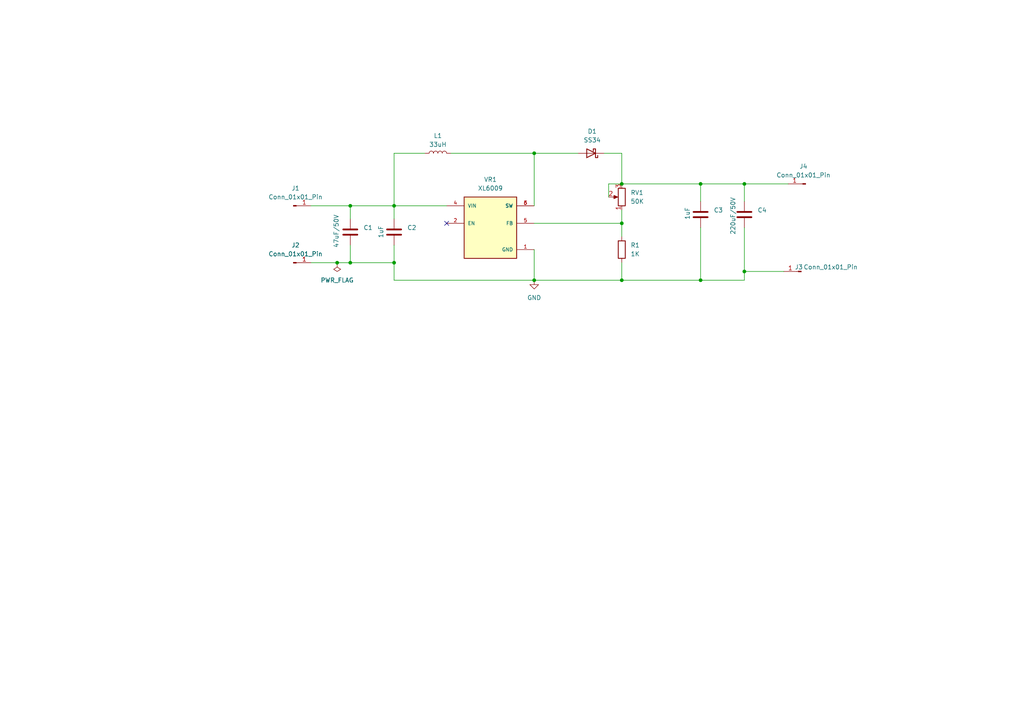
<source format=kicad_sch>
(kicad_sch (version 20250114) (generator "eeschema") (generator_version "9.0")
  (paper "A4")
  (lib_symbols
    (symbol "Connector:Conn_01x01_Pin" (pin_names (offset 1.016) (hide yes))
      (property "Reference" "J" (at 0 2.54 0))
      (property "Value" "Conn_01x01_Pin" (at 0 -2.54 0))
      (symbol "Conn_01x01_Pin_1_1"
        (rectangle (start 0.8636 0.127) (end 0 -0.127) (stroke (width 0.1524)) (fill (type outline)))
        (polyline (pts (xy 1.27 0) (xy 0.8636 0)) (stroke (width 0.1524)))
        (pin passive line (at 5.08 0 180) (length 3.81) (name "Pin_1") (number "1"))
      )
    )
    (symbol "Device:C" (pin_numbers (hide yes)) (pin_names (offset 0.254))
      (property "Reference" "C" (at 0.635 2.54 0))
      (property "Value" "C" (at 0.635 -2.54 0))
      (symbol "C_0_1"
        (polyline (pts (xy -2.032 0.762) (xy 2.032 0.762)) (stroke (width 0.508)))
        (polyline (pts (xy -2.032 -0.762) (xy 2.032 -0.762)) (stroke (width 0.508)))
      )
      (symbol "C_1_1"
        (pin passive line (at 0 3.81 270) (length 2.794) (name "~") (number "1"))
        (pin passive line (at 0 -3.81 90) (length 2.794) (name "~") (number "2"))
      )
    )
    (symbol "Device:L" (pin_numbers (hide yes)) (pin_names (offset 1.016) (hide yes))
      (property "Reference" "L" (at -1.27 0 90))
      (property "Value" "L" (at 1.905 0 90))
      (symbol "L_0_1"
        (arc (start 0 2.54) (mid 0.6323 1.905) (end 0 1.27))
        (arc (start 0 1.27) (mid 0.6323 0.635) (end 0 0))
        (arc (start 0 0) (mid 0.6323 -0.635) (end 0 -1.27))
        (arc (start 0 -1.27) (mid 0.6323 -1.905) (end 0 -2.54))
      )
      (symbol "L_1_1"
        (pin passive line (at 0 3.81 270) (length 1.27) (name "1") (number "1"))
        (pin passive line (at 0 -3.81 90) (length 1.27) (name "2") (number "2"))
      )
    )
    (symbol "Device:R" (pin_numbers (hide yes)) (pin_names (offset 0))
      (property "Reference" "R" (at 2.032 0 90))
      (property "Value" "R" (at 0 0 90))
      (symbol "R_0_1"
        (rectangle (start -1.016 -2.54) (end 1.016 2.54) (stroke (width 0.254)))
      )
      (symbol "R_1_1"
        (pin passive line (at 0 3.81 270) (length 1.27) (name "~") (number "1"))
        (pin passive line (at 0 -3.81 90) (length 1.27) (name "~") (number "2"))
      )
    )
    (symbol "Device:R_Potentiometer" (pin_names (offset 1.016) (hide yes))
      (property "Reference" "RV" (at -4.445 0 90))
      (property "Value" "R_Potentiometer" (at -2.54 0 90))
      (symbol "R_Potentiometer_0_1"
        (rectangle (start 1.016 2.54) (end -1.016 -2.54) (stroke (width 0.254)))
        (polyline (pts (xy 1.143 0) (xy 2.286 0.508) (xy 2.286 -0.508) (xy 1.143 0)) (fill (type outline)))
        (polyline (pts (xy 2.54 0) (xy 1.524 0)))
      )
      (symbol "R_Potentiometer_1_1"
        (pin passive line (at 0 3.81 270) (length 1.27) (name "1") (number "1"))
        (pin passive line (at 0 -3.81 90) (length 1.27) (name "3") (number "3"))
        (pin passive line (at 3.81 0 180) (length 1.27) (name "2") (number "2"))
      )
    )
    (symbol "Diode:SS34" (pin_numbers (hide yes)) (pin_names (offset 1.016) (hide yes))
      (property "Reference" "D" (at 0 2.54 0))
      (property "Value" "SS34" (at 0 -2.54 0))
      (symbol "SS34_0_1"
        (polyline (pts (xy -1.905 0.635) (xy -1.905 1.27) (xy -1.27 1.27) (xy -1.27 -1.27) (xy -0.635 -1.27) (xy -0.635 -0.635)) (stroke (width 0.254)))
        (polyline (pts (xy 1.27 1.27) (xy 1.27 -1.27) (xy -1.27 0) (xy 1.27 1.27)) (stroke (width 0.254)))
        (polyline (pts (xy 1.27 0) (xy -1.27 0)))
      )
      (symbol "SS34_1_1"
        (pin passive line (at -3.81 0 0) (length 2.54) (name "K") (number "1"))
        (pin passive line (at 3.81 0 180) (length 2.54) (name "A") (number "2"))
      )
    )
    (symbol "XL6009:XL6009" (pin_names (offset 1.016))
      (property "Reference" "VR" (at -7.62 8.89 0))
      (property "Value" "XL6009" (at -7.62 -11.43 0))
      (symbol "XL6009_0_0"
        (rectangle (start -7.62 -10.16) (end 7.62 7.62) (stroke (width 0.254)) (fill (type background)))
        (pin input line (at -12.7 5.08 0) (length 5.08) (name "VIN") (number "4"))
        (pin input line (at -12.7 0 0) (length 5.08) (name "EN") (number "2"))
        (pin output line (at 12.7 5.08 180) (length 5.08) (name "SW") (number "3"))
        (pin output line (at 12.7 5.08 180) (length 5.08) (name "SW") (number "6"))
        (pin input line (at 12.7 0 180) (length 5.08) (name "FB") (number "5"))
        (pin power_in line (at 12.7 -7.62 180) (length 5.08) (name "GND") (number "1"))
      )
    )
    (symbol "power:GND" (power) (pin_numbers (hide yes)) (pin_names (offset 0) (hide yes))
      (property "Value" "GND" (at 0 -3.81 0))
      (symbol "GND_0_1"
        (polyline (pts (xy 0 0) (xy 0 -1.27) (xy 1.27 -1.27) (xy 0 -2.54) (xy -1.27 -1.27) (xy 0 -1.27)))
      )
      (symbol "GND_1_1"
        (pin power_in line (at 0 0 270) (length 0) (name "~") (number "1"))
      )
    )
    (symbol "power:PWR_FLAG" (power) (pin_numbers (hide yes)) (pin_names (offset 0) (hide yes))
      (property "Value" "PWR_FLAG" (at 0 3.81 0))
      (symbol "PWR_FLAG_0_0"
        (pin power_out line (at 0 0 90) (length 0) (name "~") (number "1"))
      )
      (symbol "PWR_FLAG_0_1"
        (polyline (pts (xy 0 0) (xy 0 1.27) (xy -1.016 1.905) (xy 0 2.54) (xy 1.016 1.905) (xy 0 1.27)))
      )
    )
  )
  (junction (at 154.94 81.28))
  (junction (at 180.34 53.34))
  (junction (at 203.2 81.28))
  (junction (at 114.3 76.2))
  (junction (at 180.34 81.28))
  (junction (at 215.9 78.74))
  (junction (at 154.94 44.45))
  (junction (at 203.2 53.34))
  (junction (at 180.34 64.77))
  (junction (at 101.6 59.69))
  (junction (at 101.6 76.2))
  (junction (at 215.9 53.34))
  (junction (at 114.3 59.69))
  (junction (at 97.79 76.2))
  (no_connect (at 129.54 64.77))
  (wire (pts (xy 180.34 81.28) (xy 154.94 81.28)))
  (wire (pts (xy 176.53 53.34) (xy 176.53 57.15)))
  (wire (pts (xy 215.9 53.34) (xy 203.2 53.34)))
  (wire (pts (xy 97.79 76.2) (xy 90.17 76.2)))
  (wire (pts (xy 114.3 76.2) (xy 101.6 76.2)))
  (wire (pts (xy 203.2 53.34) (xy 180.34 53.34)))
  (wire (pts (xy 101.6 59.69) (xy 90.17 59.69)))
  (wire (pts (xy 154.94 44.45) (xy 154.94 59.69)))
  (wire (pts (xy 228.6 53.34) (xy 215.9 53.34)))
  (wire (pts (xy 114.3 71.12) (xy 114.3 76.2)))
  (wire (pts (xy 167.64 44.45) (xy 154.94 44.45)))
  (wire (pts (xy 203.2 81.28) (xy 215.9 81.28)))
  (wire (pts (xy 114.3 76.2) (xy 114.3 81.28)))
  (wire (pts (xy 130.81 44.45) (xy 154.94 44.45)))
  (wire (pts (xy 203.2 66.04) (xy 203.2 81.28)))
  (wire (pts (xy 129.54 59.69) (xy 114.3 59.69)))
  (wire (pts (xy 175.26 44.45) (xy 180.34 44.45)))
  (wire (pts (xy 180.34 76.2) (xy 180.34 81.28)))
  (wire (pts (xy 114.3 44.45) (xy 114.3 59.69)))
  (wire (pts (xy 215.9 58.42) (xy 215.9 53.34)))
  (wire (pts (xy 101.6 76.2) (xy 97.79 76.2)))
  (wire (pts (xy 101.6 63.5) (xy 101.6 59.69)))
  (wire (pts (xy 154.94 81.28) (xy 154.94 72.39)))
  (wire (pts (xy 180.34 53.34) (xy 176.53 53.34)))
  (wire (pts (xy 180.34 44.45) (xy 180.34 53.34)))
  (wire (pts (xy 180.34 81.28) (xy 203.2 81.28)))
  (wire (pts (xy 114.3 59.69) (xy 101.6 59.69)))
  (wire (pts (xy 203.2 58.42) (xy 203.2 53.34)))
  (wire (pts (xy 101.6 71.12) (xy 101.6 76.2)))
  (wire (pts (xy 114.3 63.5) (xy 114.3 59.69)))
  (wire (pts (xy 180.34 64.77) (xy 180.34 60.96)))
  (wire (pts (xy 154.94 64.77) (xy 180.34 64.77)))
  (wire (pts (xy 215.9 78.74) (xy 227.33 78.74)))
  (wire (pts (xy 114.3 81.28) (xy 154.94 81.28)))
  (wire (pts (xy 215.9 81.28) (xy 215.9 78.74)))
  (wire (pts (xy 215.9 66.04) (xy 215.9 78.74)))
  (wire (pts (xy 180.34 68.58) (xy 180.34 64.77)))
  (wire (pts (xy 123.19 44.45) (xy 114.3 44.45)))
  (symbol (lib_id "Device:C") (at 101.6 67.31 0) (unit 1)
    (property "Reference" "C1" (at 105.41 66.0399 0) (effects (justify left)))
    (property "Value" "47uF/50V" (at 97.536 71.882 90) (effects (justify left)))
    (property "Footprint" "Capacitor_THT:C_Radial_D6.3mm_H11.0mm_P2.50mm" (effects (hide yes)))
    (property "Description" "Unpolarized capacitor" (effects (hide yes)))
  )
  (symbol (lib_id "Device:L") (at 127 44.45 90) (unit 1)
    (property "Reference" "L1" (at 127 39.37 90))
    (property "Value" "33uH" (at 127 41.91 90))
    (property "Footprint" "Inductor_THT:L_Axial_L26.0mm_D9.0mm_P30.48mm_Horizontal_Fastron_77A" (effects (hide yes)))
    (property "Description" "Inductor" (effects (hide yes)))
  )
  (symbol (lib_id "Device:C") (at 215.9 62.23 0) (unit 1)
    (property "Reference" "C4" (at 219.71 60.9599 0) (effects (justify left)))
    (property "Value" "220uF/50V" (at 212.598 68.072 90) (effects (justify left)))
    (property "Footprint" "Capacitor_THT:C_Axial_L12.0mm_D8.5mm_P20.00mm_Horizontal" (effects (hide yes)))
    (property "Description" "Unpolarized capacitor" (effects (hide yes)))
  )
  (symbol (lib_id "Device:R") (at 180.34 72.39 0) (unit 1)
    (property "Reference" "R1" (at 182.88 71.1199 0) (effects (justify left)))
    (property "Value" "1K" (at 182.88 73.6599 0) (effects (justify left)))
    (property "Footprint" "Resistor_THT:R_Axial_DIN0207_L6.3mm_D2.5mm_P10.16mm_Horizontal" (effects (hide yes)))
    (property "Description" "Resistor" (effects (hide yes)))
  )
  (symbol (lib_id "Connector:Conn_01x01_Pin") (at 233.68 53.34 180) (unit 1)
    (property "Reference" "J4" (at 233.045 48.26 0))
    (property "Value" "Conn_01x01_Pin" (at 233.045 50.8 0))
    (property "Footprint" "Connector_PinHeader_2.54mm:PinHeader_1x01_P2.54mm_Horizontal" (effects (hide yes)))
    (property "Description" "Generic connector, single row, 01x01, script generated" (effects (hide yes)))
  )
  (symbol (lib_id "Device:C") (at 203.2 62.23 0) (unit 1)
    (property "Reference" "C3" (at 207.01 60.9599 0) (effects (justify left)))
    (property "Value" "1uF" (at 199.39 63.754 90) (effects (justify left)))
    (property "Footprint" "Capacitor_THT:C_Radial_D5.0mm_H11.0mm_P2.00mm" (effects (hide yes)))
    (property "Description" "Unpolarized capacitor" (effects (hide yes)))
  )
  (symbol (lib_id "Device:R_Potentiometer") (at 180.34 57.15 180) (unit 1)
    (property "Reference" "RV1" (at 182.88 55.8799 0) (effects (justify right)))
    (property "Value" "50K" (at 182.88 58.4199 0) (effects (justify right)))
    (property "Footprint" "Potentiometer_THT:Potentiometer_Bourns_3296W_Vertical" (effects (hide yes)))
    (property "Description" "Potentiometer" (effects (hide yes)))
  )
  (symbol (lib_id "Connector:Conn_01x01_Pin") (at 85.09 59.69 0) (unit 1)
    (property "Reference" "J1" (at 85.725 54.61 0))
    (property "Value" "Conn_01x01_Pin" (at 85.725 57.15 0))
    (property "Footprint" "Connector_PinHeader_2.54mm:PinHeader_1x01_P2.54mm_Horizontal" (effects (hide yes)))
    (property "Description" "Generic connector, single row, 01x01, script generated" (effects (hide yes)))
  )
  (symbol (lib_id "power:GND") (at 154.94 81.28 0) (unit 1)
    (property "Reference" "#PWR01" (effects (hide yes)))
    (property "Value" "GND" (at 154.94 86.36 0))
    (property "Description" "Power symbol creates a global label with name \"GND\" , ground" (effects (hide yes)))
  )
  (symbol (lib_id "power:PWR_FLAG") (at 97.79 76.2 180) (unit 1)
    (property "Reference" "#FLG01" (effects (hide yes)))
    (property "Value" "PWR_FLAG" (at 97.79 81.28 0))
    (property "Description" "Special symbol for telling ERC where power comes from" (effects (hide yes)))
  )
  (symbol (lib_id "Diode:SS34") (at 171.45 44.45 180) (unit 1)
    (property "Reference" "D1" (at 171.7675 38.1 0))
    (property "Value" "SS34" (at 171.7675 40.64 0))
    (property "Footprint" "Diode_SMD:D_SMA" (effects (hide yes)))
    (property "Datasheet" "https://www.vishay.com/docs/88751/ss32.pdf" (effects (hide yes)))
    (property "Description" "40V 3A Schottky Diode, SMA" (effects (hide yes)))
  )
  (symbol (lib_id "Connector:Conn_01x01_Pin") (at 232.41 78.74 180) (unit 1)
    (property "Reference" "J3" (at 230.5049 77.47 0) (effects (justify right)))
    (property "Value" "Conn_01x01_Pin" (at 233.0449 77.47 0) (effects (justify right)))
    (property "Footprint" "Connector_PinHeader_2.54mm:PinHeader_1x01_P2.54mm_Horizontal" (effects (hide yes)))
    (property "Description" "Generic connector, single row, 01x01, script generated" (effects (hide yes)))
  )
  (symbol (lib_id "XL6009:XL6009") (at 142.24 64.77 0) (unit 1)
    (property "Reference" "VR1" (at 142.24 52.07 0))
    (property "Value" "XL6009" (at 142.24 54.61 0))
    (property "Footprint" "XL6009:DPAK170P1435X465-6N" (effects (hide yes)))
    (property "MF" "XLSEMI" (effects (hide yes)))
    (property "MAXIMUM_PACKAGE_HEIGHT" "4.65mm" (effects (hide yes)))
    (property "Package" "TO-263-5L XLSEMI" (effects (hide yes)))
    (property "Price" "None" (effects (hide yes)))
    (property "Check_prices" "https://www.snapeda.com/parts/XL6009/XLSEMI/view-part/?ref=eda" (effects (hide yes)))
    (property "STANDARD" "IPC-7351B" (effects (hide yes)))
    (property "PARTREV" "1.1" (effects (hide yes)))
    (property "SnapEDA_Link" "https://www.snapeda.com/parts/XL6009/XLSEMI/view-part/?ref=snap" (effects (hide yes)))
    (property "MP" "XL6009" (effects (hide yes)))
    (property "Description_1" "The XL6009 regulator is a wide input range, current mode, DC/DC converter which is capable of generating either positive or negative output voltages." (effects (hide yes)))
    (property "Availability" "Not in stock" (effects (hide yes)))
    (property "MANUFACTURER" "XLSEMI" (effects (hide yes)))
  )
  (symbol (lib_id "Device:C") (at 114.3 67.31 180) (unit 1)
    (property "Reference" "C2" (at 118.11 66.0399 0) (effects (justify right)))
    (property "Value" "1uF" (at 110.49 69.088 90) (effects (justify right)))
    (property "Footprint" "Capacitor_THT:C_Radial_D5.0mm_H11.0mm_P2.00mm" (effects (hide yes)))
    (property "Description" "Unpolarized capacitor" (effects (hide yes)))
  )
  (symbol (lib_id "Connector:Conn_01x01_Pin") (at 85.09 76.2 0) (unit 1)
    (property "Reference" "J2" (at 85.725 71.12 0))
    (property "Value" "Conn_01x01_Pin" (at 85.725 73.66 0))
    (property "Footprint" "Connector_PinHeader_2.54mm:PinHeader_1x01_P2.54mm_Horizontal" (effects (hide yes)))
    (property "Description" "Generic connector, single row, 01x01, script generated" (effects (hide yes)))
  )
)
</source>
